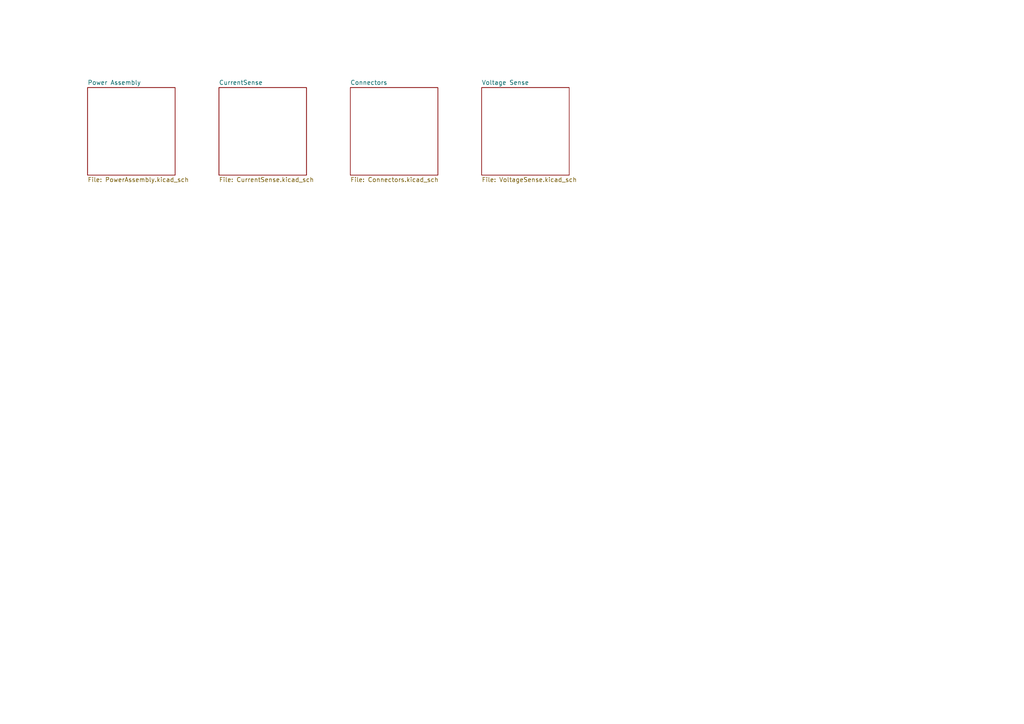
<source format=kicad_sch>
(kicad_sch
	(version 20250114)
	(generator "eeschema")
	(generator_version "9.0")
	(uuid "80d633a3-2bf5-410b-b8ea-b291012109f7")
	(paper "A4")
	(lib_symbols)
	(sheet
		(at 63.5 25.4)
		(size 25.4 25.4)
		(exclude_from_sim no)
		(in_bom yes)
		(on_board yes)
		(dnp no)
		(fields_autoplaced yes)
		(stroke
			(width 0.1524)
			(type solid)
		)
		(fill
			(color 0 0 0 0.0000)
		)
		(uuid "07ae8d9d-27e1-4d4c-a161-946ae8197aa4")
		(property "Sheetname" "CurrentSense"
			(at 63.5 24.6884 0)
			(effects
				(font
					(size 1.27 1.27)
				)
				(justify left bottom)
			)
		)
		(property "Sheetfile" "CurrentSense.kicad_sch"
			(at 63.5 51.3846 0)
			(effects
				(font
					(size 1.27 1.27)
				)
				(justify left top)
			)
		)
		(instances
			(project "PowerBoard"
				(path "/80d633a3-2bf5-410b-b8ea-b291012109f7"
					(page "3")
				)
			)
		)
	)
	(sheet
		(at 101.6 25.4)
		(size 25.4 25.4)
		(exclude_from_sim no)
		(in_bom yes)
		(on_board yes)
		(dnp no)
		(fields_autoplaced yes)
		(stroke
			(width 0.1524)
			(type solid)
		)
		(fill
			(color 0 0 0 0.0000)
		)
		(uuid "314388c9-d4cb-4c46-8d4e-d1216b93be05")
		(property "Sheetname" "Connectors"
			(at 101.6 24.6884 0)
			(effects
				(font
					(size 1.27 1.27)
				)
				(justify left bottom)
			)
		)
		(property "Sheetfile" "Connectors.kicad_sch"
			(at 101.6 51.3846 0)
			(effects
				(font
					(size 1.27 1.27)
				)
				(justify left top)
			)
		)
		(instances
			(project "PowerBoard"
				(path "/80d633a3-2bf5-410b-b8ea-b291012109f7"
					(page "4")
				)
			)
		)
	)
	(sheet
		(at 139.7 25.4)
		(size 25.4 25.4)
		(exclude_from_sim no)
		(in_bom yes)
		(on_board yes)
		(dnp no)
		(fields_autoplaced yes)
		(stroke
			(width 0.1524)
			(type solid)
		)
		(fill
			(color 0 0 0 0.0000)
		)
		(uuid "a1a838a3-3a62-4f26-b381-6882d0fab46c")
		(property "Sheetname" "Voltage Sense"
			(at 139.7 24.6884 0)
			(effects
				(font
					(size 1.27 1.27)
				)
				(justify left bottom)
			)
		)
		(property "Sheetfile" "VoltageSense.kicad_sch"
			(at 139.7 51.3846 0)
			(effects
				(font
					(size 1.27 1.27)
				)
				(justify left top)
			)
		)
		(instances
			(project "PowerBoard"
				(path "/80d633a3-2bf5-410b-b8ea-b291012109f7"
					(page "5")
				)
			)
		)
	)
	(sheet
		(at 25.4 25.4)
		(size 25.4 25.4)
		(exclude_from_sim no)
		(in_bom yes)
		(on_board yes)
		(dnp no)
		(fields_autoplaced yes)
		(stroke
			(width 0.1524)
			(type solid)
		)
		(fill
			(color 0 0 0 0.0000)
		)
		(uuid "ec4e2f14-8f62-408f-b5e7-7591df560004")
		(property "Sheetname" "Power Assembly"
			(at 25.4 24.6884 0)
			(effects
				(font
					(size 1.27 1.27)
				)
				(justify left bottom)
			)
		)
		(property "Sheetfile" "PowerAssembly.kicad_sch"
			(at 25.4 51.3846 0)
			(effects
				(font
					(size 1.27 1.27)
				)
				(justify left top)
			)
		)
		(instances
			(project "PowerBoard"
				(path "/80d633a3-2bf5-410b-b8ea-b291012109f7"
					(page "2")
				)
			)
		)
	)
	(sheet_instances
		(path "/"
			(page "1")
		)
	)
	(embedded_fonts no)
)

</source>
